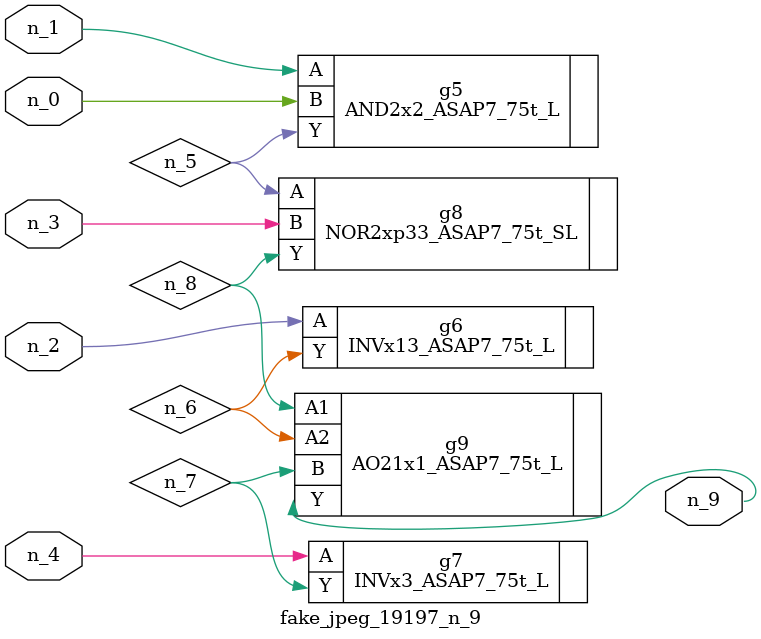
<source format=v>
module fake_jpeg_19197_n_9 (n_3, n_2, n_1, n_0, n_4, n_9);

input n_3;
input n_2;
input n_1;
input n_0;
input n_4;

output n_9;

wire n_8;
wire n_6;
wire n_5;
wire n_7;

AND2x2_ASAP7_75t_L g5 ( 
.A(n_1),
.B(n_0),
.Y(n_5)
);

INVx13_ASAP7_75t_L g6 ( 
.A(n_2),
.Y(n_6)
);

INVx3_ASAP7_75t_L g7 ( 
.A(n_4),
.Y(n_7)
);

NOR2xp33_ASAP7_75t_SL g8 ( 
.A(n_5),
.B(n_3),
.Y(n_8)
);

AO21x1_ASAP7_75t_L g9 ( 
.A1(n_8),
.A2(n_6),
.B(n_7),
.Y(n_9)
);


endmodule
</source>
